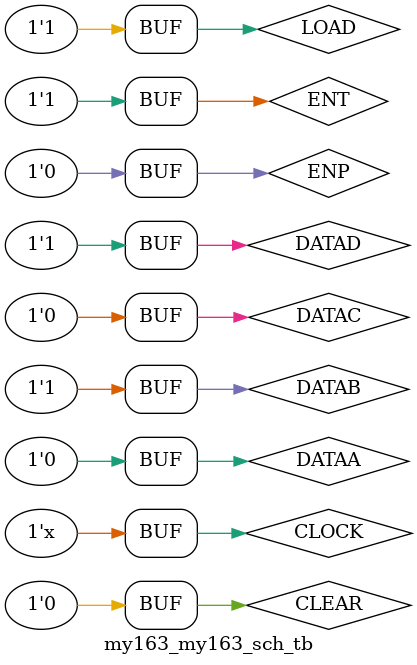
<source format=v>

`timescale 1ns / 1ps

module my163_my163_sch_tb();

// Inputs
   reg CLOCK;
   reg DATAB;
   reg LOAD;
   reg CLEAR;
   reg ENP;
   reg ENT;
   reg DATAA;
   reg DATAC;
   reg DATAD;

// Output
   wire QC;
   wire QA;
   wire QB;
   wire QD;
   wire C;

// Bidirs

// Instantiate the UUT
   my163 UUT (
		.CLOCK(CLOCK), 
		.DATAB(DATAB), 
		.LOAD(LOAD), 
		.CLEAR(CLEAR), 
		.ENP(ENP), 
		.ENT(ENT), 
		.DATAA(DATAA), 
		.QC(QC), 
		.DATAC(DATAC), 
		.DATAD(DATAD), 
		.QA(QA), 
		.QB(QB), 
		.QD(QD), 
		.C(C)
   );
// Initialize Inputs
   always begin
		#1 CLOCK <= ~CLOCK;
	end
	initial begin
		// Initialize Inputs
		CLOCK = 0;
		DATAA = 0;
		DATAB = 1;
		DATAC = 0;
		DATAD = 1;
		// Wait 100 ns for global reset to finish
		// Add stimulus here
		#10
		CLEAR = 0; //clear
		#10
		ENP = 1;
		ENT = 1;
		LOAD = 1;
		#10
		//CLEAR = 1; //set
		//LOAD = 0;
		//#50
		CLEAR = 1; //count
		#500
		CLEAR = 1; //hold
		LOAD = 1;
		ENP = 0;
		#100
		CLEAR = 0; //clear
		
    end
endmodule

</source>
